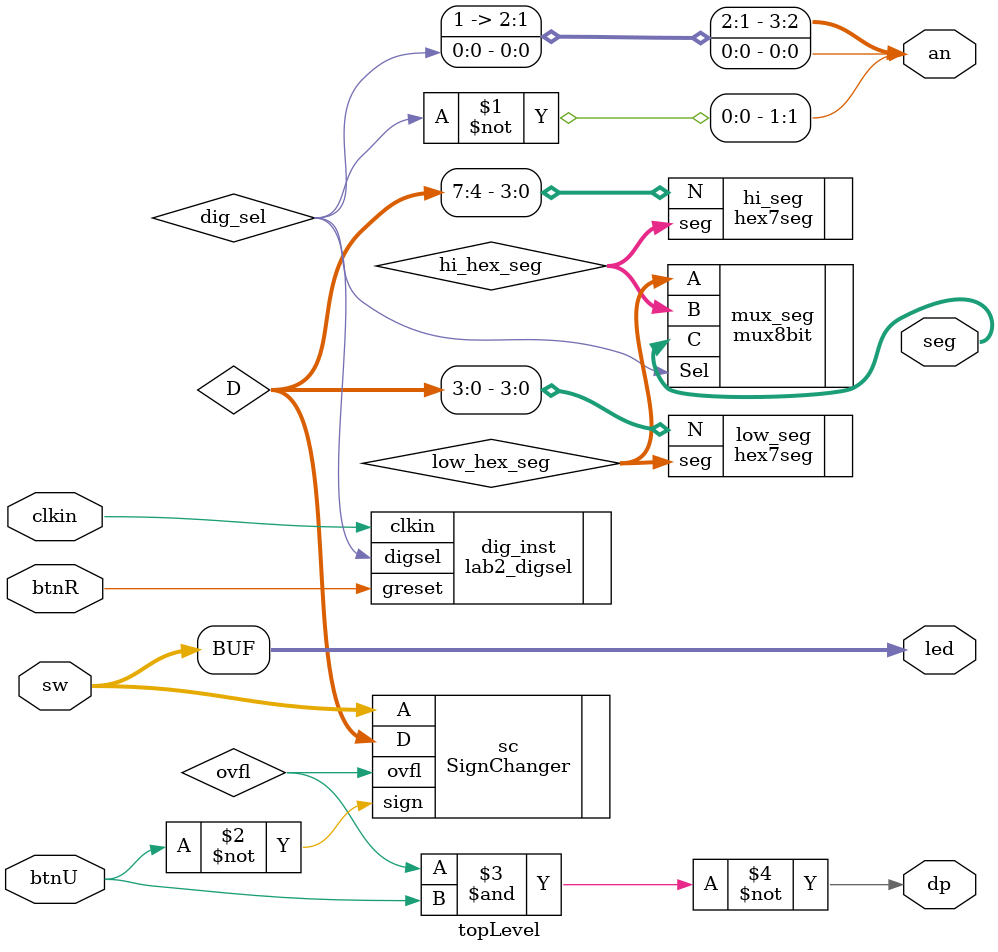
<source format=v>
`timescale 1ns / 1ps



module topLevel
(input [7:0]sw,
 input btnU,
 input btnR,
 input clkin,
 
 output [6:0]seg,
 output dp,
 output [3:0]an,
 output [7:0]led
);

wire [7:0] D;
wire ovfl;
wire dig_sel;
wire [6:0] low_hex_seg;
wire [6:0] hi_hex_seg;


assign led[0] = sw[0];
assign led[1] = sw[1];
assign led[2] = sw[2];
assign led[3] = sw[3];
assign led[4] = sw[4];
assign led[5] = sw[5];
assign led[6] = sw[6];
assign led[7] = sw[7];
assign led[8] = 0;




assign an[0] = dig_sel;
assign an[1] = ~dig_sel;
assign an[2] = 1;
assign an[3] = 1;;


SignChanger sc 
(
.A(sw),
.sign(~btnU),
.D(D),
.ovfl(ovfl)
);


hex7seg low_seg
(
.N(D[3:0]),
.seg(low_hex_seg)
);

hex7seg hi_seg
(.N(D[7:4]),
.seg(hi_hex_seg)
);

mux8bit mux_seg
(
.A({low_hex_seg}), .B({hi_hex_seg}), .Sel(dig_sel), .C(seg)
);

lab2_digsel dig_inst 
(
.clkin(clkin),
.greset(btnR),
.digsel(dig_sel)
);
assign dp = ~(ovfl & btnU);
endmodule

</source>
